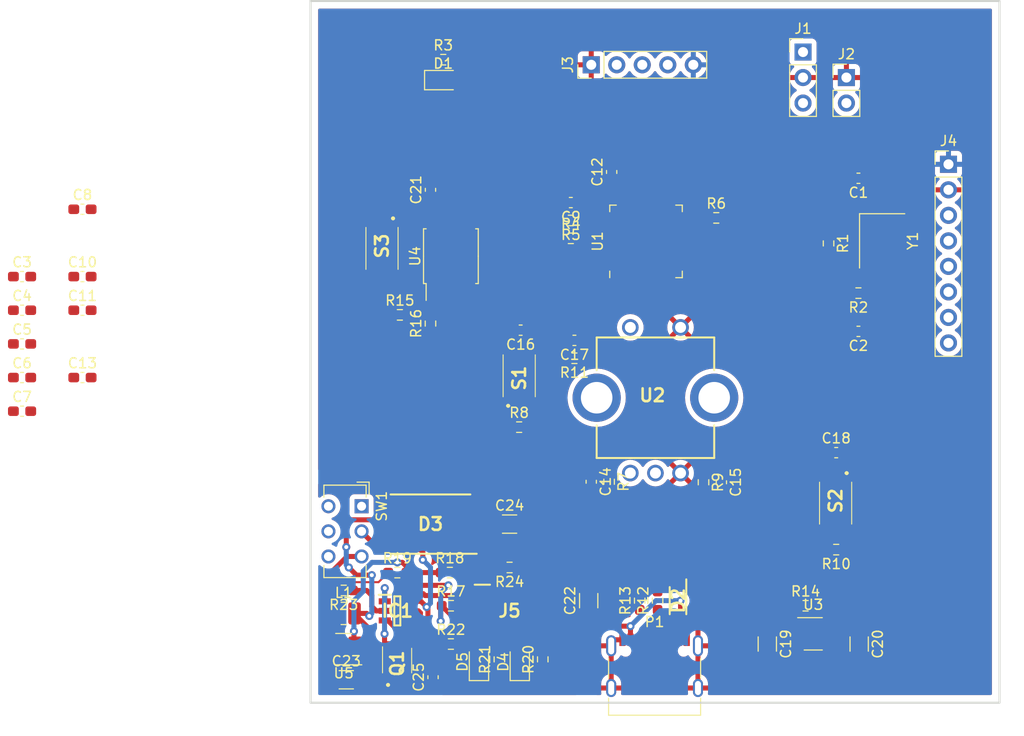
<source format=kicad_pcb>
(kicad_pcb (version 20221018) (generator pcbnew)
  (layers (0 "F.Cu" signal) (31 "B.Cu" signal) (34 "B.Paste" user) (35 "F.Paste" user) (36 "B.SilkS" user "B.Silkscreen") (37 "F.SilkS" user "F.Silkscreen") (38 "B.Mask" user) (39 "F.Mask" user) (44 "Edge.Cuts" user))
  (net 0 "")
  (net 1 "/XIN")
  (net 2 "GNDREF")
  (net 3 "Net-(C2-Pad1)")
  (net 4 "+3.3V")
  (net 5 "Net-(U1-VREG_VOUT)")
  (net 6 "/+1.1V")
  (net 7 "Net-(U1-VREG_IN)")
  (net 8 "/EN_CLK")
  (net 9 "/EN_DT")
  (net 10 "Net-(C16-Pad1)")
  (net 11 "/EN_SW")
  (net 12 "Net-(C18-Pad1)")
  (net 13 "/Power/VSYS")
  (net 14 "Net-(SW1A-C)")
  (net 15 "/LiPo/BAT")
  (net 16 "Net-(IC1-VCC)")
  (net 17 "Net-(D1-A)")
  (net 18 "Net-(U5-SW)")
  (net 19 "Net-(D4-K)")
  (net 20 "Net-(D5-K)")
  (net 21 "Net-(IC1-OD)")
  (net 22 "Net-(IC1-CS)")
  (net 23 "Net-(IC1-OC)")
  (net 25 "/SWCLK")
  (net 26 "/SWDIO")
  (net 27 "/RUN")
  (net 29 "/L_SCL")
  (net 30 "/L_SDA")
  (net 32 "/SCREEN_MOSI")
  (net 33 "/SCREEN_SCK")
  (net 34 "/SCREEN_CS")
  (net 35 "/SCREEN_DC")
  (net 36 "/SCREEN_RST")
  (net 37 "Net-(J5-BAT)")
  (net 38 "Net-(P1-CC)")
  (net 39 "/USB_P")
  (net 40 "/USB_N")
  (net 41 "Net-(P1-VCONN)")
  (net 44 "/XOUT")
  (net 45 "/GPIO25")
  (net 46 "Net-(U1-USB_DP)")
  (net 47 "Net-(U1-USB_DM)")
  (net 48 "/ISO")
  (net 49 "/MEAS")
  (net 50 "Net-(U3-EN)")
  (net 51 "/Flash/USB_BOOT")
  (net 52 "/QSPI_CS")
  (net 53 "Net-(U5-FB)")
  (net 54 "/LiPo/VBAT+")
  (net 73 "/QSPI_SD3")
  (net 74 "/QSPI_SCK")
  (net 75 "/QSPI_SD0")
  (net 76 "/QSPI_SD2")
  (net 77 "/QSPI_SD1")
  (net 80 "+5V")
  (net 81 "Net-(J5-PROG2)")
  (footprint "Capacitor_SMD:C_0603_1608Metric_Pad1.08x0.95mm_HandSolder" (layer "F.Cu") (at 129.032 110.49 90)
    (fp_text reference "C25")
    (fp_text value "0.1uF")
  )
  (footprint "Capacitor_SMD:C_1206_3216Metric_Pad1.33x1.80mm_HandSolder" (layer "F.Cu") (at 120.396 110.744)
    (fp_text reference "C23")
    (fp_text value "22uF")
  )
  (footprint "Connector_PinHeader_2.54mm:PinHeader_1x05_P2.54mm_Vertical" (layer "F.Cu") (at 144.78 49.53 90)
    (fp_text reference "J3")
    (fp_text value "Conn_01x05_Pin")
  )
  (footprint "Capacitor_SMD:C_1206_3216Metric_Pad1.33x1.80mm_HandSolder" (layer "F.Cu") (at 144.526 102.87 90)
    (fp_text reference "C22")
    (fp_text value "10uF")
  )
  (footprint "Capacitor_SMD:C_0603_1608Metric_Pad1.08x0.95mm_HandSolder" (layer "F.Cu") (at 143.1055 76.962 180)
    (fp_text reference "C17")
    (fp_text value "0.1uF")
  )
  (footprint "Resistor_SMD:R_0603_1608Metric_Pad0.98x0.95mm_HandSolder" (layer "F.Cu") (at 166.116 103.378)
    (fp_text reference "R14")
    (fp_text value "10k")
  )
  (footprint "Capacitor_SMD:C_0603_1608Metric_Pad1.08x0.95mm_HandSolder" (layer "F.Cu") (at 94.1335 73.962)
    (fp_text reference "C11")
    (fp_text value "0.1uF")
  )
  (footprint "Capacitor_SMD:C_0603_1608Metric_Pad1.08x0.95mm_HandSolder" (layer "F.Cu") (at 144.78 91.0355 -90)
    (fp_text reference "C14")
    (fp_text value "0.1uF")
  )
  (footprint "Capacitor_SMD:C_0603_1608Metric_Pad1.08x0.95mm_HandSolder" (layer "F.Cu") (at 171.376 60.826 180)
    (fp_text reference "C1")
    (fp_text value "27pF")
  )
  (footprint "Resistor_SMD:R_0603_1608Metric_Pad0.98x0.95mm_HandSolder" (layer "F.Cu") (at 120.142 101.854 180)
    (fp_text reference "R23")
    (fp_text value "100")
  )
  (footprint "Connector_USB:USB_C_Receptacle_G-Switch_GT-USB-7010ASV" (layer "F.Cu") (at 151.085 110.49)
    (fp_text reference "P1")
    (fp_text value "USB_C_Plug_USB2.0")
  )
  (footprint "Capacitor_SMD:C_1206_3216Metric_Pad1.33x1.80mm_HandSolder" (layer "F.Cu") (at 162.306 107.188 -90)
    (fp_text reference "C19")
    (fp_text value "1uF")
  )
  (footprint "Resistor_SMD:R_0603_1608Metric_Pad0.98x0.95mm_HandSolder" (layer "F.Cu") (at 130.81 107.188)
    (fp_text reference "R22")
    (fp_text value "100")
  )
  (footprint "Button_Switch_THT:SW_CuK_JS202011AQN_DPDT_Angled" (layer "F.Cu") (at 121.92 93.472 -90)
    (fp_text reference "SW1")
    (fp_text value "SW_DPDT_x2")
  )
  (footprint "Package_TO_SOT_SMD:SOT-23-6" (layer "F.Cu") (at 120.142 107.696 180)
    (fp_text reference "U5")
    (fp_text value "MT3608")
  )
  (footprint "Resistor_SMD:R_0603_1608Metric_Pad0.98x0.95mm_HandSolder" (layer "F.Cu") (at 130.7065 100.076)
    (fp_text reference "R18")
    (fp_text value "7.5k")
  )
  (footprint "SamacSys_Parts:FS8205" (layer "F.Cu") (at 125.454 109.408 90)
    (fp_text reference "Q1")
    (fp_text value "FS8205" hide)
  )
  (footprint "Resistor_SMD:R_0603_1608Metric_Pad0.98x0.95mm_HandSolder" (layer "F.Cu") (at 149.606 102.87 90)
    (fp_text reference "R13")
    (fp_text value "5.1k 1%")
  )
  (footprint "Resistor_SMD:R_0603_1608Metric_Pad0.98x0.95mm_HandSolder" (layer "F.Cu") (at 125.476 100.076)
    (fp_text reference "R19")
    (fp_text value "1k")
  )
  (footprint "Crystal:Crystal_SMD_3225-4Pin_3.2x2.5mm_HandSoldering" (layer "F.Cu") (at 173.736 67.056 -90)
    (fp_text reference "Y1")
    (fp_text value "Crystal")
  )
  (footprint "Resistor_SMD:R_0603_1608Metric_Pad0.98x0.95mm_HandSolder" (layer "F.Cu") (at 136.652 99.568 180)
    (fp_text reference "R24")
    (fp_text value "100")
  )
  (footprint "Resistor_SMD:R_0603_1608Metric_Pad0.98x0.95mm_HandSolder" (layer "F.Cu") (at 155.956 91.0855 -90)
    (fp_text reference "R9")
    (fp_text value "10k")
  )
  (footprint "Connector_PinHeader_2.54mm:PinHeader_1x02_P2.54mm_Vertical" (layer "F.Cu") (at 170.18 50.8)
    (fp_text reference "J2")
    (fp_text value "Conn_01x02_Pin")
  )
  (footprint "Capacitor_SMD:C_0603_1608Metric_Pad1.08x0.95mm_HandSolder" (layer "F.Cu") (at 94.1335 80.662)
    (fp_text reference "C13")
    (fp_text value "0.1uF")
  )
  (footprint "Resistor_SMD:R_0603_1608Metric_Pad0.98x0.95mm_HandSolder" (layer "F.Cu") (at 146.558 91.0355 -90)
    (fp_text reference "R7")
    (fp_text value "10k")
  )
  (footprint "LED_SMD:LED_0805_2012Metric_Pad1.15x1.40mm_HandSolder" (layer "F.Cu") (at 137.668 108.966 90)
    (fp_text reference "D4")
    (fp_text value "LED")
  )
  (footprint "Capacitor_SMD:C_0603_1608Metric_Pad1.08x0.95mm_HandSolder" (layer "F.Cu") (at 88.1235 84.012)
    (fp_text reference "C7")
    (fp_text value "0.1uF")
  )
  (footprint "SamacSys_Parts:SOT95P280X145-6N" (layer "F.Cu") (at 125.476 103.886)
    (fp_text reference "IC1")
    (fp_text value "FS312F-G" hide)
  )
  (footprint "SamacSys_Parts:EC11E1544505" (layer "F.Cu") (at 151.17 82.67)
    (fp_text reference "U2")
    (fp_text value "EC11E1544505" hide)
  )
  (footprint "Inductor_SMD:L_1008_2520Metric" (layer "F.Cu") (at 120.142 104.14)
    (fp_text reference "L1")
    (fp_text value "22uH")
  )
  (footprint "Capacitor_SMD:C_0603_1608Metric_Pad1.08x0.95mm_HandSolder" (layer "F.Cu") (at 88.1235 73.962)
    (fp_text reference "C4")
    (fp_text value "0.1uF")
  )
  (footprint "Capacitor_SMD:C_0603_1608Metric_Pad1.08x0.95mm_HandSolder" (layer "F.Cu") (at 128.778 61.976 90)
    (fp_text reference "C21")
    (fp_text value "0.1uF")
  )
  (footprint "SamacSys_Parts:SOIC127P600X175-9N" (layer "F.Cu") (at 136.652 103.886)
    (fp_text reference "J5")
    (fp_text value "TP4056" hide)
  )
  (footprint "Resistor_SMD:R_0603_1608Metric_Pad0.98x0.95mm_HandSolder" (layer "F.Cu") (at 171.376 72.256 180)
    (fp_text reference "R2")
    (fp_text value "1k")
  )
  (footprint "Resistor_SMD:R_0603_1608Metric_Pad0.98x0.95mm_HandSolder" (layer "F.Cu") (at 169.164 97.79 180)
    (fp_text reference "R10")
    (fp_text value "10k")
  )
  (footprint "Resistor_SMD:R_0603_1608Metric_Pad0.98x0.95mm_HandSolder" (layer "F.Cu") (at 139.954 108.712 90)
    (fp_text reference "R20")
    (fp_text value "1k")
  )
  (footprint "Capacitor_SMD:C_1206_3216Metric_Pad1.33x1.80mm_HandSolder" (layer "F.Cu") (at 171.45 107.188 -90)
    (fp_text reference "C20")
    (fp_text value "1uF")
  )
  (footprint "Resistor_SMD:R_0603_1608Metric_Pad0.98x0.95mm_HandSolder" (layer "F.Cu") (at 142.748 66.802)
    (fp_text reference "R4")
    (fp_text value "27")
  )
  (footprint "Capacitor_SMD:C_0603_1608Metric_Pad1.08x0.95mm_HandSolder" (layer "F.Cu") (at 94.1335 63.912)
    (fp_text reference "C8")
    (fp_text value "0.1uF")
  )
  (footprint "SamacSys_Parts:PTS810SJG250SMTRLFS" (layer "F.Cu") (at 123.952 67.818 -90)
    (fp_text reference "S3")
    (fp_text value "PTS810SJK250SMTRLFS" hide)
  )
  (footprint "Resistor_SMD:R_0603_1608Metric_Pad0.98x0.95mm_HandSolder" (layer "F.Cu") (at 142.748 65.024 180)
    (fp_text reference "R5")
    (fp_text value "27")
  )
  (footprint "Resistor_SMD:R_0603_1608Metric_Pad0.98x0.95mm_HandSolder" (layer "F.Cu") (at 130.048 49.022)
    (fp_text reference "R3")
    (fp_text value "1k")
  )
  (footprint "Resistor_SMD:R_0603_1608Metric_Pad0.98x0.95mm_HandSolder" (layer "F.Cu") (at 168.402 67.31 -90)
    (fp_text reference "R1")
    (fp_text value "DNP")
  )
  (footprint "Resistor_SMD:R_0603_1608Metric_Pad0.98x0.95mm_HandSolder" (layer "F.Cu") (at 143.1055 78.74 180)
    (fp_text reference "R11")
    (fp_text value "10k")
  )
  (footprint "SamacSys_Parts:SODFL3616X98N" (layer "F.Cu") (at 153.416 102.87 -90)
    (fp_text reference "D2")
    (fp_text value "MBR120LSFT1G" hide)
  )
  (footprint "SamacSys_Parts:PTS810SJG250SMTRLFS" (layer "F.Cu") (at 137.609 80.475 90)
    (fp_text reference "S1")
    (fp_text value "PTS810SJK250SMTRLFS" hide)
  )
  (footprint "Capacitor_SMD:C_0603_1608Metric_Pad1.08x0.95mm_HandSolder" (layer "F.Cu") (at 171.376 76.066 180)
    (fp_text reference "C2")
    (fp_text value "27pF")
  )
  (footprint "Resistor_SMD:R_0603_1608Metric_Pad0.98x0.95mm_HandSolder" (layer "F.Cu") (at 128.778 75.2875 90)
    (fp_text reference "R16")
    (fp_text value "10k")
  )
  (footprint "Package_DFN_QFN:QFN-56-1EP_7x7mm_P0.4mm_EP3.2x3.2mm" (layer "F.Cu") (at 150.2325 67.11 90)
    (fp_text reference "U1")
    (fp_text value "RP2040")
  )
  (footprint "Connector_PinHeader_2.54mm:PinHeader_1x08_P2.54mm_Vertical" (layer "F.Cu") (at 180.34 59.436)
    (fp_text reference "J4")
    (fp_text value "Conn_01x08_Socket")
  )
  (footprint "Capacitor_SMD:C_0603_1608Metric_Pad1.08x0.95mm_HandSolder" (layer "F.Cu") (at 169.164 88.138)
    (fp_text reference "C18")
    (fp_text value "0.1uF")
  )
  (footprint "Capacitor_SMD:C_0603_1608Metric_Pad1.08x0.95mm_HandSolder" (layer "F.Cu") (at 146.812 60.198 90)
    (fp_text reference "C12")
    (fp_text value "1uF")
  )
  (footprint "Capacitor_SMD:C_0603_1608Metric_Pad1.08x0.95mm_HandSolder" (layer "F.Cu") (at 157.734 91.0855 -90)
    (fp_text reference "C15")
    (fp_text value "0.1uF")
  )
  (footprint "Resistor_SMD:R_0603_1608Metric_Pad0.98x0.95mm_HandSolder" (layer "F.Cu") (at 130.81 103.378)
    (fp_text reference "R17")
    (fp_text value "2k")
  )
  (footprint "Resistor_SMD:R_0603_1608Metric_Pad0.98x0.95mm_HandSolder" (layer "F.Cu") (at 157.226 64.77)
    (fp_text reference "R6")
    (fp_text value "10k")
  )
  (footprint "Resistor_SMD:R_0603_1608Metric_Pad0.98x0.95mm_HandSolder" (layer "F.Cu") (at 135.636 108.712 90)
    (fp_text reference "R21")
    (fp_text value "1k")
  )
  (footprint "SamacSys_Parts:DIOM7959X262N" (layer "F.Cu") (at 128.778 95.25 180)
    (fp_text reference "D3")
    (fp_text value "SS34" hide)
  )
  (footprint "Package_TO_SOT_SMD:SOT-23-5_HandSoldering" (layer "F.Cu") (at 166.878 106.172)
    (fp_text reference "U3")
    (fp_text value "AP2112K-3.3")
  )
  (footprint "Resistor_SMD:R_0603_1608Metric_Pad0.98x0.95mm_HandSolder" (layer "F.Cu") (at 125.73 74.422)
    (fp_text reference "R15")
    (fp_text value "1k")
  )
  (footprint "Connector_PinHeader_2.54mm:PinHeader_1x03_P2.54mm_Vertical" (layer "F.Cu") (at 165.862 48.26)
    (fp_text reference "J1")
    (fp_text value "Conn_01x03_Socket")
  )
  (footprint "Capacitor_SMD:C_0603_1608Metric_Pad1.08x0.95mm_HandSolder" (layer "F.Cu") (at 88.1235 80.662)
    (fp_text reference "C6")
    (fp_text value "0.1uF")
  )
  (footprint "Capacitor_SMD:C_1206_3216Metric_Pad1.33x1.80mm_HandSolder" (layer "F.Cu") (at 136.652 95.25)
    (fp_text reference "C24")
    (fp_text value "22uF")
  )
  (footprint "SamacSys_Parts:PTS810SJG250SMTRLFS" (layer "F.Cu") (at 169.105 93.175 -90)
    (fp_text reference "S2")
    (fp_text value "PTS810SJK250SMTRLFS" hide)
  )
  (footprint "Capacitor_SMD:C_0603_1608Metric_Pad1.08x0.95mm_HandSolder" (layer "F.Cu") (at 88.1235 77.312)
    (fp_text reference "C5")
    (fp_text value "0.1uF")
  )
  (footprint "LED_SMD:LED_0805_2012Metric_Pad1.15x1.40mm_HandSolder" (layer "F.Cu") (at 133.604 108.966 90)
    (fp_text reference "D5")
    (fp_text value "LED")
  )
  (footprint "Resistor_SMD:R_0603_1608Metric_Pad0.98x0.95mm_HandSolder" (layer "F.Cu") (at 151.384 102.87 90)
    (fp_text reference "R12")
    (fp_text value "5.1k 1%")
  )
  (footprint "Capacitor_SMD:C_0603_1608Metric_Pad1.08x0.95mm_HandSolder" (layer "F.Cu") (at 137.754 75.946 180)
    (fp_text reference "C16")
    (fp_text value "0.1uF")
  )
  (footprint "Package_SO:SOIC-8_5.23x5.23mm_P1.27mm" (layer "F.Cu") (at 130.81 68.58 90)
    (fp_text reference "U4")
    (fp_text value "W25Q32JVSS")
  )
  (footprint "Capacitor_SMD:C_0603_1608Metric_Pad1.08x0.95mm_HandSolder" (layer "F.Cu") (at 94.1335 70.612)
    (fp_text reference "C10")
    (fp_text value "0.1uF")
  )
  (footprint "Resistor_SMD:R_0603_1608Metric_Pad0.98x0.95mm_HandSolder" (layer "F.Cu") (at 137.6035 85.598)
    (fp_text reference "R8")
    (fp_text value "10k")
  )
  (footprint "Capacitor_SMD:C_0603_1608Metric_Pad1.08x0.95mm_HandSolder" (layer "F.Cu") (at 88.1235 70.612)
    (fp_text reference "C3")
    (fp_text value "0.1uF")
  )
  (footprint "Capacitor_SMD:C_0603_1608Metric_Pad1.08x0.95mm_HandSolder" (layer "F.Cu") (at 142.748 63.246 180)
    (fp_text reference "C9")
    (fp_text value "1uF")
  )
  (footprint "LED_SMD:LED_0805_2012Metric_Pad1.15x1.40mm_HandSolder" (layer "F.Cu") (at 130.048 51.054)
    (fp_text reference "D1")
    (fp_text value "LED")
  )
  (gr_rect (start 116.84 43.18) (end 185.42 113.03) (stroke (width 0.2)) (fill none) (layer "Edge.Cuts"))
  (segment (start 139.446 99.8865) (end 136.652 102.6805) (width 0.5) (layer "F.Cu") (net 2))
  (segment (start 130.556 101.346) (end 125.8335 101.346) (width 0.5) (layer "F.Cu") (net 2))
  (segment (start 123.668 110.744) (end 124.504 109.908) (width 0.5) (layer "F.Cu") (net 2))
  (segment (start 119.2295 101.854) (end 119.2295 101.7505) (width 0.2) (layer "F.Cu") (net 2))
  (segment (start 120.142 106.907396) (end 120.930604 107.696) (width 0.2) (layer "F.Cu") (net 2))
  (segment (start 131.0405 104.521) (end 133.94 104.521) (width 0.5) (layer "F.Cu") (net 2))
  (segment (start 125.8335 101.346) (end 124.5635 100.076) (width 0.5) (layer "F.Cu") (net 2))
  (segment (start 119.2295 101.854) (end 120.142 102.7665) (width 0.2) (layer "F.Cu") (net 2))
  (segment (start 119.2295 101.7505) (end 119.95 101.03) (width 0.2) (layer "F.Cu") (net 2))
  (segment (start 138.2145 96.8125) (end 139.446 98.044) (width 0.5) (layer "F.Cu") (net 2))
  (segment (start 120.167 109.044528) (end 120.167 108.247472) (width 0.5) (layer "F.Cu") (net 2))
  (segment (start 136.652 103.886) (end 134.747 101.981) (width 0.5) (layer "F.Cu") (net 2))
  (segment (start 120.718472 107.696) (end 121.2795 107.696) (width 0.5) (layer "F.Cu") (net 2))
  (segment (start 134.747 101.981) (end 133.94 101.981) (width 0.5) (layer "F.Cu") (net 2))
  (segment (start 139.446 98.044) (end 139.446 99.8865) (width 0.5) (layer "F.Cu") (net 2))
  (segment (start 123.6095 101.03) (end 124.5635 100.076) (width 0.2) (layer "F.Cu") (net 2))
  (segment (start 121.9585 110.744) (end 121.866472 110.744) (width 0.5) (layer "F.Cu") (net 2))
  (segment (start 120.930604 107.696) (end 121.2795 107.696) (width 0.2) (layer "F.Cu") (net 2))
  (segment (start 129.794 104.902) (end 129.794 103.4815) (width 0.5) (layer "F.Cu") (net 2))
  (segment (start 120.142 102.7665) (end 120.142 106.907396) (width 0.2) (layer "F.Cu") (net 2))
  (segment (start 120.167 108.247472) (end 120.718472 107.696) (width 0.5) (layer "F.Cu") (net 2))
  (segment (start 129.794 103.4815) (end 129.8975 103.378) (width 0.5) (layer "F.Cu") (net 2))
  (segment (start 119.95 101.03) (end 123.6095 101.03) (width 0.2) (layer "F.Cu") (net 2))
  (segment (start 121.866472 110.744) (end 120.167 109.044528) (width 0.5) (layer "F.Cu") (net 2))
  (segment (start 129.8975 103.378) (end 131.0405 104.521) (width 0.5) (layer "F.Cu") (net 2))
  (segment (start 121.9585 110.744) (end 123.668 110.744) (width 0.5) (layer "F.Cu") (net 2))
  (segment (start 136.652 102.6805) (end 136.652 103.886) (width 0.5) (layer "F.Cu") (net 2))
  (segment (start 138.2145 95.25) (end 138.2145 96.8125) (width 0.5) (layer "F.Cu") (net 2))
  (via (at 129.794 104.902) (size 0.8) (drill 0.4) (layers "F.Cu" "B.Cu") (net 2))
  (via (at 130.556 101.346) (size 0.8) (drill 0.4) (layers "F.Cu" "B.Cu") (net 2))
  (segment (start 129.794 104.902) (end 129.794 102.108) (width 0.5) (layer "B.Cu") (net 2))
  (segment (start 129.794 102.108) (end 130.556 101.346) (width 0.5) (layer "B.Cu") (net 2))
  (segment (start 145.828 65.31) (end 143.764 63.246) (width 0.2) (layer "F.Cu") (net 5))
  (segment (start 143.764 63.246) (end 143.6105 63.246) (width 0.2) (layer "F.Cu") (net 5))
  (segment (start 146.795 65.31) (end 145.828 65.31) (width 0.2) (layer "F.Cu") (net 5))
  (segment (start 145.542 62.992) (end 145.542 64.262) (width 0.2) (layer "F.Cu") (net 7))
  (segment (start 146.812 61.722) (end 145.542 62.992) (width 0.2) (layer "F.Cu") (net 7))
  (segment (start 145.542 64.262) (end 146.19 64.91) (width 0.2) (layer "F.Cu") (net 7))
  (segment (start 146.19 64.91) (end 146.795 64.91) (width 0.2) (layer "F.Cu") (net 7))
  (segment (start 146.812 61.0605) (end 146.812 61.722) (width 0.2) (layer "F.Cu") (net 7))
  (segment (start 132.228 95.25) (end 135.0895 95.25) (width 0.5) (layer "F.Cu") (net 13))
  (segment (start 131.619 100.076) (end 132.228 99.467) (width 0.5) (layer "F.Cu") (net 13))
  (segment (start 132.228 99.467) (end 132.228 95.25) (width 0.5) (layer "F.Cu") (net 13))
  (segment (start 117.892 108.247472) (end 118.443472 107.696) (width 0.5) (layer "F.Cu") (net 14))
  (segment (start 118.292 103.365) (end 119.067 104.14) (width 0.5) (layer "F.Cu") (net 14))
  (segment (start 118.8335 109.986028) (end 117.892 109.044528) (width 0.5) (layer "F.Cu") (net 14))
  (segment (start 117.892 109.044528) (end 117.892 108.247472) (width 0.5) (layer "F.Cu") (net 14))
  (segment (start 118.443472 107.696) (end 119.0045 107.696) (width 0.5) (layer "F.Cu") (net 14))
  (segment (start 118.292 100.656) (end 118.292 103.365) (width 0.5) (layer "F.Cu") (net 14))
  (segment (start 120.476 98.472) (end 118.292 100.656) (width 0.5) (layer "F.Cu") (net 14))
  (segment (start 119.067 107.6335) (end 119.0045 107.696) (width 0.5) (layer "F.Cu") (net 14))
  (segment (start 121.92 98.472) (end 120.476 98.472) (width 0.5) (layer "F.Cu") (net 14))
  (segment (start 118.8335 110.744) (end 118.8335 109.986028) (width 0.5) (layer "F.Cu") (net 14))
  (segment (start 119.067 104.14) (end 119.067 107.6335) (width 0.5) (layer "F.Cu") (net 14))
  (segment (start 126.404 109.908) (end 127.5875 109.908) (width 0.5) (layer "F.Cu") (net 15))
  (segment (start 121.92 96.012) (end 123.698 97.79) (width 0.5) (layer "F.Cu") (net 15))
  (segment (start 129.957 110.4275) (end 129.957 107.2475) (width 0.5) (layer "F.Cu") (net 15))
  (segment (start 129.032 111.3525) (end 129.957 110.4275) (width 0.5) (layer "F.Cu") (net 15))
  (segment (start 126.726 102.936) (end 127.828 102.936) (width 0.5) (layer "F.Cu") (net 15))
  (segment (start 127.828 102.936) (end 128.524 103.632) (width 0.5) (layer "F.Cu") (net 15))
  (segment (start 128.524 106.426) (end 129.286 107.188) (width 0.5) (layer "F.Cu") (net 15))
  (segment (start 128.524 103.632) (end 128.524 106.426) (width 0.5) (layer "F.Cu") (net 15))
  (segment (start 129.957 107.2475) (end 129.8975 107.188) (width 0.5) (layer "F.Cu") (net 15))
  (segment (start 129.286 107.188) (end 129.8975 107.188) (width 0.5) (layer "F.Cu") (net 15))
  (segment (start 123.698 97.79) (end 127.762 97.79) (width 0.5) (layer "F.Cu") (net 15))
  (segment (start 127.5875 109.908) (end 129.032 111.3525) (width 0.5) (layer "F.Cu") (net 15))
  (segment (start 127.762 97.79) (end 128.016 98.044) (width 0.5) (layer "F.Cu") (net 15))
  (segment (start 128.016 98.044) (end 128.016 98.806) (width 0.5) (layer "F.Cu") (net 15))
  (segment (start 121.92 95.972) (end 121.92 96.012) (width 0.5) (layer "F.Cu") (net 15))
  (via (at 128.397 103.505) (size 0.8) (drill 0.4) (layers "F.Cu" "B.Cu") (net 15))
  (via (at 128.016 98.806) (size 0.8) (drill 0.4) (layers "F.Cu" "B.Cu") (net 15))
  (segment (start 128.778 99.568) (end 128.016 98.806) (width 0.5) (layer "B.Cu") (net 15))
  (segment (start 128.778 103.124) (end 128.778 99.568) (width 0.5) (layer "B.Cu") (net 15))
  (segment (start 128.397 103.505) (end 128.778 103.124) (width 0.5) (layer "B.Cu") (net 15))
  (segment (start 125.276 103.632) (end 125.53 103.886) (width 0.5) (layer "F.Cu") (net 16))
  (segment (start 127.776 104.086) (end 127.576 103.886) (width 0.5) (layer "F.Cu") (net 16))
  (segment (start 127.776 107.456) (end 127.776 104.086) (width 0.5) (layer "F.Cu") (net 16))
  (segment (start 128.24395 102.362) (end 128.06795 102.186) (width 0.5) (layer "F.Cu") (net 16))
  (segment (start 131.318 102.362) (end 128.24395 102.362) (width 0.5) (layer "F.Cu") (net 16))
  (segment (start 125.276 102.562) (end 125.276 103.632) (width 0.5) (layer "F.Cu") (net 16))
  (segment (start 135.7395 99.568) (end 134.112 99.568) (width 0.5) (layer "F.Cu") (net 16))
  (segment (start 129.032 108.712) (end 127.776 107.456) (width 0.5) (layer "F.Cu") (net 16))
  (segment (start 125.652 102.186) (end 125.276 102.562) (width 0.5) (layer "F.Cu") (net 16))
  (segment (start 125.53 103.886) (end 126.726 103.886) (width 0.5) (layer "F.Cu") (net 16))
  (segment (start 128.06795 102.186) (end 125.652 102.186) (width 0.5) (layer "F.Cu") (net 16))
  (segment (start 134.112 99.568) (end 131.318 102.362) (width 0.5) (layer "F.Cu") (net 16))
  (segment (start 127.576 103.886) (end 126.726 103.886) (width 0.5) (layer "F.Cu") (net 16))
  (segment (start 129.032 109.6275) (end 129.032 108.712) (width 0.5) (layer "F.Cu") (net 16))
  (segment (start 121.217 104.14) (end 122.428 104.14) (width 0.5) (layer "F.Cu") (net 18))
  (segment (start 121.217 104.199) (end 122.936 105.918) (width 0.5) (layer "F.Cu") (net 18))
  (segment (start 120.824 94.822) (end 120.396 95.25) (width 0.5) (layer "F.Cu") (net 18))
  (segment (start 122.494 108.646) (end 121.2795 108.646) (width 0.5) (layer "F.Cu") (net 18))
  (segment (start 121.412 100.33) (end 120.65 99.568) (width 0.5) (layer "F.Cu") (net 18))
  (segment (start 121.217 104.14) (end 121.217 104.199) (width 0.5) (layer "F.Cu") (net 18))
  (segment (start 122.936 105.918) (end 122.936 108.204) (width 0.5) (layer "F.Cu") (net 18))
  (segment (start 124.9 94.822) (end 120.824 94.822) (width 0.5) (layer "F.Cu") (net 18))
  (segment (start 122.936 100.33) (end 121.412 100.33) (width 0.5) (layer "F.Cu") (net 18))
  (segment (start 122.936 108.204) (end 122.494 108.646) (width 0.5) (layer "F.Cu") (net 18))
  (segment (start 120.396 95.25) (end 120.396 97.536) (width 0.5) (layer "F.Cu") (net 18))
  (segment (start 125.328 95.25) (end 124.9 94.822) (width 0.5) (layer "F.Cu") (net 18))
  (segment (start 122.428 104.14) (end 122.682 104.394) (width 0.5) (layer "F.Cu") (net 18))
  (via (at 120.396 97.536) (size 0.8) (drill 0.4) (layers "F.Cu" "B.Cu") (net 18))
  (via (at 122.936 100.33) (size 0.8) (drill 0.4) (layers "F.Cu" "B.Cu") (net 18))
  (via (at 122.682 104.394) (size 0.8) (drill 0.4) (layers "F.Cu" "B.Cu") (net 18))
  (via (at 120.65 99.568) (size 0.8) (drill 0.4) (layers "F.Cu" "B.Cu") (net 18))
  (segment (start 122.936 100.33) (end 122.936 104.14) (width 0.5) (layer "B.Cu") (net 18))
  (segment (start 120.396 99.314) (end 120.396 97.536) (width 0.5) (layer "B.Cu") (net 18))
  (segment (start 120.65 99.568) (end 120.396 99.314) (width 0.5) (layer "B.Cu") (net 18))
  (segment (start 122.936 104.14) (end 122.682 104.394) (width 0.5) (layer "B.Cu") (net 18))
  (segment (start 137.668 109.991) (end 139.5875 109.991) (width 0.5) (layer "F.Cu") (net 19))
  (segment (start 139.5875 109.991) (end 139.954 109.6245) (width 0.5) (layer "F.Cu") (net 19))
  (segment (start 135.2695 109.991) (end 135.636 109.6245) (width 0.5) (layer "F.Cu") (net 20))
  (segment (start 133.604 109.991) (end 135.2695 109.991) (width 0.5) (layer "F.Cu") (net 20))
  (segment (start 124.206 106.172) (end 124.206 107.31) (width 0.5) (layer "F.Cu") (net 21))
  (segment (start 124.206 107.31) (end 124.504 107.608) (width 0.5) (layer "F.Cu") (net 21))
  (segment (start 124.226 102.936) (end 124.226 101.62) (width 0.5) (layer "F.Cu") (net 21))
  (segment (start 124.206 101.6) (end 124.226 101.62) (width 0.5) (layer "F.Cu") (net 21))
  (via (at 124.206 106.172) (size 0.8) (drill 0.4) (layers "F.Cu" "B.Cu") (net 21))
  (via (at 124.226 101.62) (size 0.8) (drill 0.4) (layers "F.Cu" "B.Cu") (net 21))
  (segment (start 124.206 101.64) (end 124.206 106.172) (width 0.5) (layer "B.Cu") (net 21))
  (segment (start 124.226 101.62) (end 124.206 101.64) (width 0.5) (layer "B.Cu") (net 21))
  (segment (start 123.376 103.886) (end 122.936 103.446) (width 0.5) (layer "F.Cu") (net 22))
  (segment (start 122.936 102.362) (end 122.428 101.854) (width 0.5) (layer "F.Cu") (net 22))
  (segment (start 122.428 101.854) (end 121.0545 101.854) (width 0.5) (layer "F.Cu") (net 22))
  (segment (start 122.936 103.446) (end 122.936 102.362) (width 0.5) (layer "F.Cu") (net 22))
  (segment (start 124.226 103.886) (end 123.376 103.886) (width 0.5) (layer "F.Cu") (net 22))
  (segment (start 124.526 104.836) (end 126.404 106.714) (width 0.5) (layer "F.Cu") (net 23))
  (segment (start 124.226 104.836) (end 124.526 104.836) (width 0.5) (layer "F.Cu") (net 23))
  (segment (start 126.404 106.714) (end 126.404 107.608) (width 0.5) (layer "F.Cu") (net 23))
  (segment (start 155.7735 65.31) (end 156.3135 64.77) (width 0.2) (layer "F.Cu") (net 27))
  (segment (start 153.67 65.31) (end 155.7735 65.31) (width 0.2) (layer "F.Cu") (net 27))
  (segment (start 135.636 107.7995) (end 136.8025 108.966) (width 0.5) (layer "F.Cu") (net 37))
  (segment (start 131.7225 107.824449) (end 132.864051 108.966) (width 0.5) (layer "F.Cu") (net 37))
  (segment (start 138.7875 108.966) (end 139.954 107.7995) (width 0.5) (layer "F.Cu") (net 37))
  (segment (start 136.8025 108.966) (end 138.7875 108.966) (width 0.5) (layer "F.Cu") (net 37))
  (segment (start 134.4695 108.966) (end 135.636 107.7995) (width 0.5) (layer "F.Cu") (net 37))
  (segment (start 139.954 103.841) (end 139.364 103.251) (width 0.5) (layer "F.Cu") (net 37))
  (segment (start 139.954 107.7995) (end 139.954 103.841) (width 0.5) (layer "F.Cu") (net 37))
  (segment (start 132.864051 108.966) (end 134.4695 108.966) (width 0.5) (layer "F.Cu") (net 37))
  (segment (start 131.7225 107.188) (end 131.7225 107.824449) (width 0.5) (layer "F.Cu") (net 37))
  (segment (start 151.384 104.902) (end 151.384 103.7825) (width 0.25) (layer "F.Cu") (net 41))
  (segment (start 152.835 105.845) (end 152.146 105.156) (width 0.25) (layer "F.Cu") (net 41))
  (segment (start 152.835 106.765) (end 152.835 105.845) (width 0.25) (layer "F.Cu") (net 41))
  (segment (start 151.638 105.156) (end 151.384 104.902) (width 0.25) (layer "F.Cu") (net 41))
  (segment (start 152.146 105.156) (end 151.638 105.156) (width 0.25) (layer "F.Cu") (net 41))
  (segment (start 144.526 66.802) (end 143.6605 66.802) (width 0.2) (layer "F.Cu") (net 46))
  (segment (start 145.218 66.11) (end 144.526 66.802) (width 0.2) (layer "F.Cu") (net 46))
  (segment (start 146.795 66.11) (end 145.218 66.11) (width 0.2) (layer "F.Cu") (net 46))
  (segment (start 144.526 65.024) (end 144.1685 65.024) (width 0.2) (layer "F.Cu") (net 47))
  (segment (start 145.212 65.71) (end 144.526 65.024) (width 0.2) (layer "F.Cu") (net 47))
  (segment (start 146.795 65.71) (end 145.212 65.71) (width 0.2) (layer "F.Cu") (net 47))
  (segment (start 125.476 99.06) (end 125.984 99.06) (width 0.5) (layer "F.Cu") (net 53))
  (segment (start 121.158 105.918) (end 121.158 106.6245) (width 0.5) (layer "F.Cu") (net 53))
  (segment (start 126.3885 99.4645) (end 126.3885 100.076) (width 0.5) (layer "F.Cu") (net 53))
  (segment (start 126.3885 100.076) (end 129.794 100.076) (width 0.5) (layer "F.Cu") (net 53))
  (segment (start 121.158 106.6245) (end 121.2795 106.746) (width 0.5) (layer "F.Cu") (net 53))
  (segment (start 125.984 99.06) (end 126.3885 99.4645) (width 0.5) (layer "F.Cu") (net 53))
  (via (at 125.476 99.06) (size 0.8) (drill 0.4) (layers "F.Cu" "B.Cu") (net 53))
  (via (at 121.158 105.918) (size 0.8) (drill 0.4) (layers "F.Cu" "B.Cu") (net 53))
  (segment (start 122.958346 99.06) (end 125.476 99.06) (width 0.5) (layer "B.Cu") (net 53))
  (segment (start 121.158 102.87) (end 122.086 101.942) (width 0.5) (layer "B.Cu") (net 53))
  (segment (start 121.158 105.918) (end 121.158 102.87) (width 0.5) (layer "B.Cu") (net 53))
  (segment (start 122.086 99.932346) (end 122.958346 99.06) (width 0.5) (layer "B.Cu") (net 53))
  (segment (start 122.086 101.942) (end 122.086 99.932346) (width 0.5) (layer "B.Cu") (net 53))
  (segment (start 153.485 106.765) (end 153.485 104.555) (width 0.5) (layer "F.Cu") (net 80))
  (segment (start 148.685 105.41) (end 144.9955 105.41) (width 0.5) (layer "F.Cu") (net 80))
  (segment (start 133.604 107.941) (end 133.604 106.127) (width 0.5) (layer "F.Cu") (net 80))
  (segment (start 148.685 105.41) (end 148.685 106.765) (width 0.5) (layer "F.Cu") (net 80))
  (segment (start 153.485 104.555) (end 153.67 104.37) (width 0.5) (layer "F.Cu") (net 80))
  (segment (start 144.9955 105.41) (end 144.526 104.9405) (width 0.5) (layer "F.Cu") (net 80))
  (segment (start 137.668 107.941) (end 135.854 106.127) (width 0.5) (layer "F.Cu") (net 80))
  (segment (start 153.67 102.87) (end 153.67 104.37) (width 0.5) (layer "F.Cu") (net 80))
  (segment (start 135.854 106.127) (end 133.604 106.127) (width 0.5) (layer "F.Cu") (net 80))
  (segment (start 133.604 106.127) (end 133.94 105.791) (width 0.5) (layer "F.Cu") (net 80))
  (via (at 148.685 105.41) (size 0.8) (drill 0.4) (layers "F.Cu" "B.Cu") (net 80))
  (via (at 153.67 102.87) (size 0.8) (drill 0.4) (layers "F.Cu" "B.Cu") (net 80))
  (segment (start 151.225 102.87) (end 153.67 102.87) (width 0.5) (layer "B.Cu") (net 80))
  (segment (start 148.685 105.41) (end 151.225 102.87) (width 0.5) (layer "B.Cu") (net 80))
  (segment (start 133.94 103.251) (end 131.8495 103.251) (width 0.5) (layer "F.Cu") (net 81))
  (segment (start 131.8495 103.251) (end 131.7225 103.378) (width 0.5) (layer "F.Cu") (net 81))
  (zone (net 2) (net_name "GNDREF") (layer "F.Cu") (connect_pads (clearance 0.5)) (min_thickness 0.25) (fill yes (thermal_gap 0.5) (thermal_bridge_width 0.5))
    (polygon (pts (xy 117.602 43.942) (xy 184.658 43.942) (xy 184.658 112.268) (xy 145.288 112.268) (xy 142.748 109.22) (xy 142.748 92.202) (xy 140.208 89.916) (xy 117.602 89.916)))
  )
  (zone (net 80) (net_name "+5V") (layer "F.Cu") (priority 1) (connect_pads (clearance 0.5)) (min_thickness 0.25) (fill yes (thermal_gap 0.5) (thermal_bridge_width 0.5))
    (polygon (pts (xy 117.602 91.186) (xy 139.446 91.186) (xy 141.478 92.964) (xy 141.478 109.728) (xy 143.51 112.268) (xy 117.602 112.268)))
  )
  (zone (net 4) (net_name "+3.3V") (layer "B.Cu") (connect_pads (clearance 0.5)) (min_thickness 0.25) (fill yes (thermal_gap 0.5) (thermal_bridge_width 0.5))
    (polygon (pts (xy 117.602 43.942) (xy 184.658 43.942) (xy 184.658 112.268) (xy 117.602 112.268)))
  )
)
</source>
